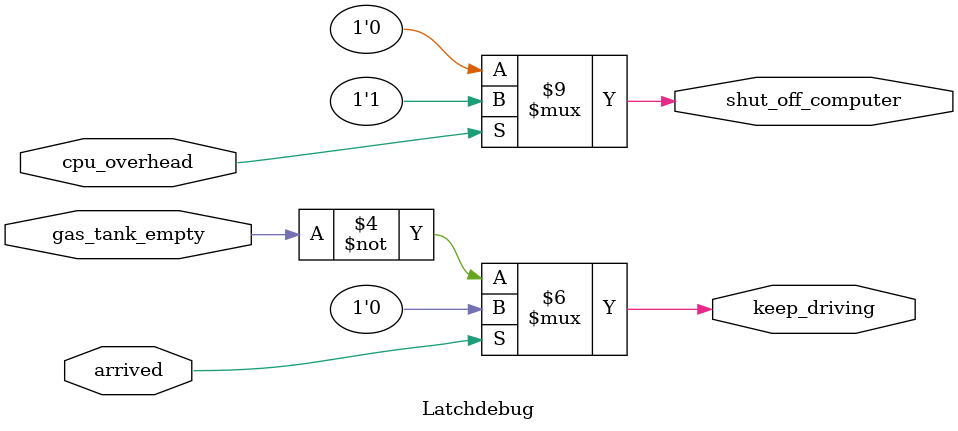
<source format=v>
`timescale 1ns / 1ps


module Latchdebug(
    input           cpu_overhead,
    output reg      shut_off_computer,
    input           arrived,
    input           gas_tank_empty,
    output reg      keep_driving
    );

    always @(*) begin
        if (cpu_overhead) begin
            shut_off_computer = 1'b1;
        end

        else begin
            shut_off_computer = 1'b0;
        end
  
    end

    always @(*) begin
        if (~arrived) begin
            keep_driving = ~gas_tank_empty;
        end
        
        else begin
            keep_driving = 1'b0;
        end
            
    end
endmodule

</source>
